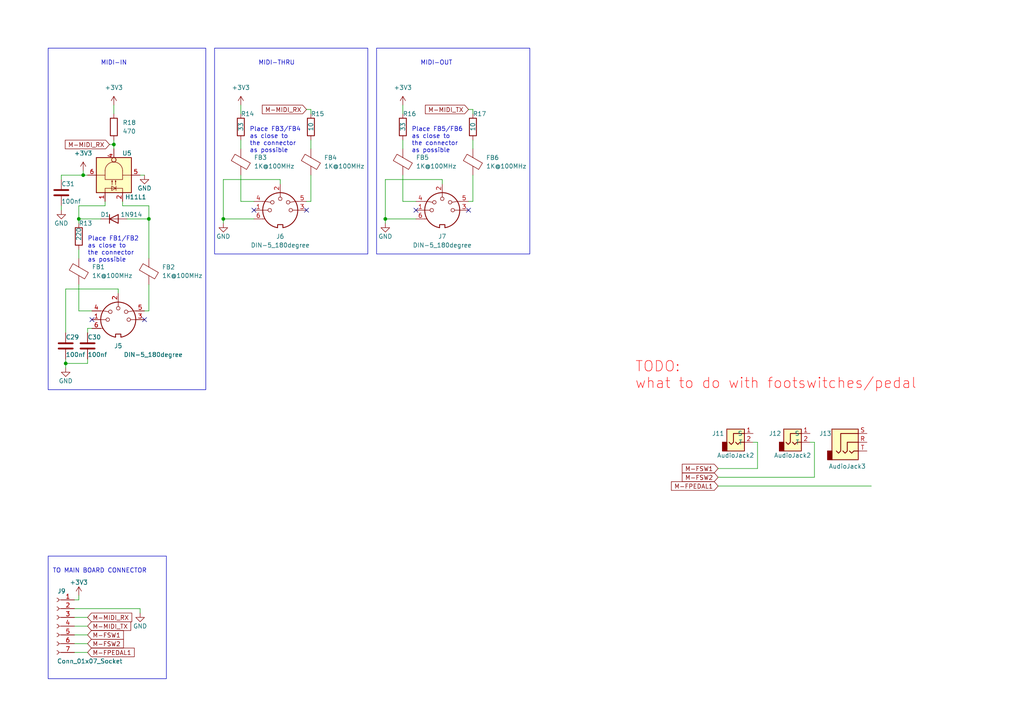
<source format=kicad_sch>
(kicad_sch (version 20231120) (generator "eeschema") (generator_version "8.0")
  (paper "A4")
  (lib_symbols
    (symbol "AudioJack2_1"
      (property "Reference" "J11" (at -5.08 2.54 0))
      (property "Value" "AudioJack2" (at 0 -3.81 0))
      (symbol "AudioJack2_1_0_1"
        (rectangle (start -3.81 0) (end -2.54 -2.54) (stroke (width 0.254)) (fill (type outline)))
        (rectangle (start -2.54 3.81) (end 2.54 -2.54) (stroke (width 0.254)) (fill (type background)))
        (polyline (pts (xy 0 0) (xy 0.635 -0.635) (xy 1.27 0) (xy 2.54 0)) (stroke (width 0.254)))
        (polyline (pts (xy 2.54 2.54) (xy -0.635 2.54) (xy -0.635 0) (xy -1.27 -0.635) (xy -1.905 0)) (stroke (width 0.254)))
      )
      (symbol "AudioJack2_1_1_1"
        (pin passive line (at 5.08 2.54 180) (length 2.54) (name "S") (number "1"))
        (pin passive line (at 5.08 0 180) (length 2.54) (name "T") (number "2"))
      )
    )
    (symbol "AudioJack2_2"
      (property "Reference" "J12" (at -5.08 2.54 0))
      (property "Value" "AudioJack2" (at 0 -3.81 0))
      (symbol "AudioJack2_2_0_1"
        (rectangle (start -3.81 0) (end -2.54 -2.54) (stroke (width 0.254)) (fill (type outline)))
        (rectangle (start -2.54 3.81) (end 2.54 -2.54) (stroke (width 0.254)) (fill (type background)))
        (polyline (pts (xy 0 0) (xy 0.635 -0.635) (xy 1.27 0) (xy 2.54 0)) (stroke (width 0.254)))
        (polyline (pts (xy 2.54 2.54) (xy -0.635 2.54) (xy -0.635 0) (xy -1.27 -0.635) (xy -1.905 0)) (stroke (width 0.254)))
      )
      (symbol "AudioJack2_2_1_1"
        (pin passive line (at 5.08 2.54 180) (length 2.54) (name "S") (number "1"))
        (pin passive line (at 5.08 0 180) (length 2.54) (name "T") (number "2"))
      )
    )
    (symbol "Connector:Conn_01x07_Socket" (pin_names (offset 1.016) hide)
      (property "Reference" "J" (at 0 10.16 0))
      (property "Value" "Conn_01x07_Socket" (at 0 -10.16 0))
      (symbol "Conn_01x07_Socket_1_1"
        (arc (start 0 -7.112) (mid -0.5058 -7.62) (end 0 -8.128) (stroke (width 0.1524)))
        (arc (start 0 -4.572) (mid -0.5058 -5.08) (end 0 -5.588) (stroke (width 0.1524)))
        (arc (start 0 -2.032) (mid -0.5058 -2.54) (end 0 -3.048) (stroke (width 0.1524)))
        (polyline (pts (xy -1.27 -7.62) (xy -0.508 -7.62)) (stroke (width 0.1524)))
        (polyline (pts (xy -1.27 -5.08) (xy -0.508 -5.08)) (stroke (width 0.1524)))
        (polyline (pts (xy -1.27 -2.54) (xy -0.508 -2.54)) (stroke (width 0.1524)))
        (polyline (pts (xy -1.27 0) (xy -0.508 0)) (stroke (width 0.1524)))
        (polyline (pts (xy -1.27 2.54) (xy -0.508 2.54)) (stroke (width 0.1524)))
        (polyline (pts (xy -1.27 5.08) (xy -0.508 5.08)) (stroke (width 0.1524)))
        (polyline (pts (xy -1.27 7.62) (xy -0.508 7.62)) (stroke (width 0.1524)))
        (arc (start 0 0.508) (mid -0.5058 0) (end 0 -0.508) (stroke (width 0.1524)))
        (arc (start 0 3.048) (mid -0.5058 2.54) (end 0 2.032) (stroke (width 0.1524)))
        (arc (start 0 5.588) (mid -0.5058 5.08) (end 0 4.572) (stroke (width 0.1524)))
        (arc (start 0 8.128) (mid -0.5058 7.62) (end 0 7.112) (stroke (width 0.1524)))
        (pin passive line (at -5.08 7.62 0) (length 3.81) (name "Pin_1") (number "1"))
        (pin passive line (at -5.08 5.08 0) (length 3.81) (name "Pin_2") (number "2"))
        (pin passive line (at -5.08 2.54 0) (length 3.81) (name "Pin_3") (number "3"))
        (pin passive line (at -5.08 0 0) (length 3.81) (name "Pin_4") (number "4"))
        (pin passive line (at -5.08 -2.54 0) (length 3.81) (name "Pin_5") (number "5"))
        (pin passive line (at -5.08 -5.08 0) (length 3.81) (name "Pin_6") (number "6"))
        (pin passive line (at -5.08 -7.62 0) (length 3.81) (name "Pin_7") (number "7"))
      )
    )
    (symbol "Connector_Audio:AudioJack3"
      (property "Reference" "J" (at 0 8.89 0))
      (property "Value" "AudioJack3" (at 0 6.35 0))
      (symbol "AudioJack3_0_1"
        (rectangle (start -5.08 -5.08) (end -6.35 -2.54) (stroke (width 0.254)) (fill (type outline)))
        (polyline (pts (xy 0 -2.54) (xy 0.635 -3.175) (xy 1.27 -2.54) (xy 2.54 -2.54)) (stroke (width 0.254)))
        (polyline (pts (xy -1.905 -2.54) (xy -1.27 -3.175) (xy -0.635 -2.54) (xy -0.635 0) (xy 2.54 0)) (stroke (width 0.254)))
        (polyline (pts (xy 2.54 2.54) (xy -2.54 2.54) (xy -2.54 -2.54) (xy -3.175 -3.175) (xy -3.81 -2.54)) (stroke (width 0.254)))
        (rectangle (start 2.54 3.81) (end -5.08 -5.08) (stroke (width 0.254)) (fill (type background)))
      )
      (symbol "AudioJack3_1_1"
        (pin passive line (at 5.08 0 180) (length 2.54) (name "~") (number "R"))
        (pin passive line (at 5.08 2.54 180) (length 2.54) (name "~") (number "S"))
        (pin passive line (at 5.08 -2.54 180) (length 2.54) (name "~") (number "T"))
      )
    )
    (symbol "DIN-5_180degree_1" (pin_names (offset 1.016))
      (property "Reference" "J5" (at 0.0001 -7.62 0))
      (property "Value" "DIN-5_180degree" (at 0.0001 -10.16 0))
      (symbol "DIN-5_180degree_1_0_1"
        (arc (start -5.08 0) (mid -3.8609 -3.3364) (end -0.762 -5.08) (stroke (width 0.254)))
        (circle (center -3.048 0) (radius 0.508))
        (circle (center -2.286 2.286) (radius 0.508))
        (polyline (pts (xy -5.08 -2.54) (xy -4.3951 -2.54)))
        (polyline (pts (xy -5.08 0) (xy -3.556 0)))
        (polyline (pts (xy 0 5.08) (xy 0 3.81)))
        (polyline (pts (xy 5.08 0) (xy 3.556 0)))
        (polyline (pts (xy -5.08 2.54) (xy -4.318 2.54) (xy -2.794 2.286)))
        (polyline (pts (xy 5.08 2.54) (xy 4.318 2.54) (xy 2.794 2.286)))
        (polyline (pts (xy -0.762 -4.953) (xy -0.762 -4.191) (xy 0.762 -4.191) (xy 0.762 -4.953)) (stroke (width 0.254)))
        (circle (center 0 3.302) (radius 0.508))
        (arc (start 0.762 -5.08) (mid 3.8685 -3.343) (end 5.08 0) (stroke (width 0.254)))
        (circle (center 2.286 2.286) (radius 0.508))
        (circle (center 3.048 0) (radius 0.508))
        (arc (start 5.08 0) (mid 0 5.0579) (end -5.08 0) (stroke (width 0.254)))
      )
      (symbol "DIN-5_180degree_1_1_1"
        (pin passive line (at -7.62 0 0) (length 2.54) (name "~") (number "1"))
        (pin passive line (at 0 7.62 270) (length 2.54) (name "~") (number "2"))
        (pin passive line (at 7.62 0 180) (length 2.54) (name "~") (number "3"))
        (pin passive line (at -7.62 2.54 0) (length 2.54) (name "~") (number "4"))
        (pin passive line (at 7.62 2.54 180) (length 2.54) (name "~") (number "5"))
        (pin passive line (at -7.62 -2.54 0) (length 2.54) (name "") (number "6"))
      )
    )
    (symbol "Device:C" (pin_numbers hide) (pin_names (offset 0.254))
      (property "Reference" "C" (at 0.635 2.54 0))
      (property "Value" "C" (at 0.635 -2.54 0))
      (symbol "C_0_1"
        (polyline (pts (xy -2.032 -0.762) (xy 2.032 -0.762)) (stroke (width 0.508)))
        (polyline (pts (xy -2.032 0.762) (xy 2.032 0.762)) (stroke (width 0.508)))
      )
      (symbol "C_1_1"
        (pin passive line (at 0 3.81 270) (length 2.794) (name "~") (number "1"))
        (pin passive line (at 0 -3.81 90) (length 2.794) (name "~") (number "2"))
      )
    )
    (symbol "Device:D" (pin_numbers hide) (pin_names (offset 1.016) hide)
      (property "Reference" "D" (at 0 2.54 0))
      (property "Value" "D" (at 0 -2.54 0))
      (symbol "D_0_1"
        (polyline (pts (xy -1.27 1.27) (xy -1.27 -1.27)) (stroke (width 0.254)))
        (polyline (pts (xy 1.27 0) (xy -1.27 0)))
        (polyline (pts (xy 1.27 1.27) (xy 1.27 -1.27) (xy -1.27 0) (xy 1.27 1.27)) (stroke (width 0.254)))
      )
      (symbol "D_1_1"
        (pin passive line (at -3.81 0 0) (length 2.54) (name "K") (number "1"))
        (pin passive line (at 3.81 0 180) (length 2.54) (name "A") (number "2"))
      )
    )
    (symbol "Device:FerriteBead" (pin_numbers hide) (pin_names (offset 0))
      (property "Reference" "FB" (at -3.81 0.635 90))
      (property "Value" "FerriteBead" (at 3.81 0 90))
      (symbol "FerriteBead_0_1"
        (polyline (pts (xy 0 -1.27) (xy 0 -1.2192)))
        (polyline (pts (xy 0 1.27) (xy 0 1.2954)))
        (polyline (pts (xy -2.7686 0.4064) (xy -1.7018 2.2606) (xy 2.7686 -0.3048) (xy 1.6764 -2.159) (xy -2.7686 0.4064)))
      )
      (symbol "FerriteBead_1_1"
        (pin passive line (at 0 3.81 270) (length 2.54) (name "~") (number "1"))
        (pin passive line (at 0 -3.81 90) (length 2.54) (name "~") (number "2"))
      )
    )
    (symbol "Device:R" (pin_numbers hide) (pin_names (offset 0))
      (property "Reference" "R" (at 2.032 0 90))
      (property "Value" "R" (at 0 0 90))
      (symbol "R_0_1"
        (rectangle (start -1.016 -2.54) (end 1.016 2.54) (stroke (width 0.254)))
      )
      (symbol "R_1_1"
        (pin passive line (at 0 3.81 270) (length 1.27) (name "~") (number "1"))
        (pin passive line (at 0 -3.81 90) (length 1.27) (name "~") (number "2"))
      )
    )
    (symbol "Isolator:H11L1" (pin_names (offset 1.016))
      (property "Reference" "U" (at 1.27 8.89 0))
      (property "Value" "H11L1" (at 1.27 6.35 0))
      (symbol "H11L1_0_1"
        (rectangle (start -5.08 5.08) (end 5.08 -5.08) (stroke (width 0.254)) (fill (type background)))
        (polyline (pts (xy -4.445 -0.635) (xy -3.175 -0.635)))
        (polyline (pts (xy 0 2.54) (xy 0 5.08)))
        (polyline (pts (xy 0 -2.54) (xy 0 -5.08) (xy 0 -3.81)))
        (polyline (pts (xy -5.08 -2.54) (xy -3.81 -2.54) (xy -3.81 2.54) (xy -5.08 2.54)))
        (polyline (pts (xy -3.81 -0.635) (xy -4.445 0.635) (xy -3.175 0.635) (xy -3.81 -0.635)))
        (polyline (pts (xy 1.27 -2.54) (xy -1.27 -2.54) (xy -1.27 2.54) (xy 1.27 2.54)))
        (polyline (pts (xy -2.794 -0.508) (xy -1.524 -0.508) (xy -1.905 -0.635) (xy -1.905 -0.381) (xy -1.524 -0.508)))
        (polyline (pts (xy -2.794 0.508) (xy -1.524 0.508) (xy -1.905 0.381) (xy -1.905 0.635) (xy -1.524 0.508)))
        (arc (start 1.27 -2.54) (mid 3.799 0) (end 1.27 2.54))
      )
      (symbol "H11L1_1_1"
        (pin passive line (at -7.62 2.54 0) (length 2.54) (name "~") (number "1"))
        (pin passive line (at -7.62 -2.54 0) (length 2.54) (name "~") (number "2"))
        (pin no_connect line (at -5.08 0 0) (length 2.54) hide (name "~") (number "3"))
        (pin output inverted (at 7.62 0 180) (length 3.81) (name "~") (number "4"))
        (pin power_in line (at 0 -7.62 90) (length 2.54) (name "~") (number "5"))
        (pin power_in line (at 0 7.62 270) (length 2.54) (name "~") (number "6"))
      )
    )
    (symbol "power:+3V3" (power) (pin_names (offset 0))
      (property "Value" "+3V3" (at 0 3.556 0))
      (symbol "+3V3_0_1"
        (polyline (pts (xy -0.762 1.27) (xy 0 2.54)))
        (polyline (pts (xy 0 0) (xy 0 2.54)))
        (polyline (pts (xy 0 2.54) (xy 0.762 1.27)))
      )
      (symbol "+3V3_1_1"
        (pin power_in line (at 0 0 90) (length 0) hide (name "+3V3") (number "1"))
      )
    )
    (symbol "power:GND" (power) (pin_names (offset 0))
      (property "Value" "GND" (at 0 -3.81 0))
      (symbol "GND_0_1"
        (polyline (pts (xy 0 0) (xy 0 -1.27) (xy 1.27 -1.27) (xy 0 -2.54) (xy -1.27 -1.27) (xy 0 -1.27)))
      )
      (symbol "GND_1_1"
        (pin power_in line (at 0 0 270) (length 0) hide (name "GND") (number "1"))
      )
    )
  )
  (junction (at 22.86 63.5))
  (junction (at 43.18 63.5))
  (junction (at 64.77 63.5))
  (junction (at 33.02 41.91))
  (junction (at 111.76 63.5))
  (junction (at 24.13 50.8))
  (junction (at 19.05 105.41))
  (no_connect (at 41.91 92.71))
  (no_connect (at 120.65 60.96))
  (no_connect (at 73.66 60.96))
  (no_connect (at 88.9 60.96))
  (no_connect (at 135.89 60.96))
  (no_connect (at 26.67 92.71))
  (wire (pts (xy 22.86 173.99) (xy 22.86 172.72)))
  (wire (pts (xy 33.02 40.64) (xy 33.02 41.91)))
  (wire (pts (xy 34.29 85.09) (xy 34.29 83.82)))
  (wire (pts (xy 137.16 31.75) (xy 135.89 31.75)))
  (wire (pts (xy 35.56 58.42) (xy 35.56 59.69)))
  (wire (pts (xy 17.78 52.07) (xy 17.78 50.8)))
  (wire (pts (xy 69.85 50.8) (xy 69.85 58.42)))
  (wire (pts (xy 21.59 189.23) (xy 25.4 189.23)))
  (wire (pts (xy 22.86 72.39) (xy 22.86 74.93)))
  (wire (pts (xy 21.59 184.15) (xy 25.4 184.15)))
  (wire (pts (xy 43.18 59.69) (xy 43.18 63.5)))
  (wire (pts (xy 29.21 63.5) (xy 22.86 63.5)))
  (wire (pts (xy 90.17 40.64) (xy 90.17 43.18)))
  (wire (pts (xy 208.28 140.97) (xy 252.73 140.97)))
  (wire (pts (xy 21.59 181.61) (xy 25.4 181.61)))
  (wire (pts (xy 208.28 138.43) (xy 236.22 138.43)))
  (wire (pts (xy 135.89 58.42) (xy 137.16 58.42)))
  (wire (pts (xy 21.59 186.69) (xy 25.4 186.69)))
  (wire (pts (xy 137.16 40.64) (xy 137.16 43.18)))
  (wire (pts (xy 81.28 52.07) (xy 64.77 52.07)))
  (wire (pts (xy 17.78 59.69) (xy 17.78 60.96)))
  (wire (pts (xy 128.27 52.07) (xy 111.76 52.07)))
  (wire (pts (xy 43.18 74.93) (xy 43.18 63.5)))
  (wire (pts (xy 236.22 128.27) (xy 236.22 138.43)))
  (wire (pts (xy 17.78 50.8) (xy 24.13 50.8)))
  (wire (pts (xy 111.76 63.5) (xy 111.76 64.77)))
  (wire (pts (xy 116.84 40.64) (xy 116.84 43.18)))
  (wire (pts (xy 19.05 105.41) (xy 19.05 106.68)))
  (wire (pts (xy 40.64 176.53) (xy 21.59 176.53)))
  (wire (pts (xy 64.77 52.07) (xy 64.77 63.5)))
  (wire (pts (xy 111.76 52.07) (xy 111.76 63.5)))
  (wire (pts (xy 22.86 63.5) (xy 22.86 64.77)))
  (wire (pts (xy 219.71 128.27) (xy 219.71 135.89)))
  (wire (pts (xy 69.85 30.48) (xy 69.85 33.02)))
  (wire (pts (xy 218.44 128.27) (xy 219.71 128.27)))
  (wire (pts (xy 25.4 104.14) (xy 25.4 105.41)))
  (wire (pts (xy 22.86 59.69) (xy 22.86 63.5)))
  (wire (pts (xy 21.59 173.99) (xy 22.86 173.99)))
  (wire (pts (xy 64.77 63.5) (xy 64.77 64.77)))
  (wire (pts (xy 22.86 82.55) (xy 22.86 90.17)))
  (wire (pts (xy 234.95 128.27) (xy 236.22 128.27)))
  (wire (pts (xy 35.56 59.69) (xy 43.18 59.69)))
  (wire (pts (xy 208.28 135.89) (xy 219.71 135.89)))
  (wire (pts (xy 116.84 50.8) (xy 116.84 58.42)))
  (wire (pts (xy 137.16 58.42) (xy 137.16 50.8)))
  (wire (pts (xy 43.18 90.17) (xy 43.18 82.55)))
  (wire (pts (xy 64.77 63.5) (xy 73.66 63.5)))
  (wire (pts (xy 43.18 63.5) (xy 36.83 63.5)))
  (wire (pts (xy 22.86 90.17) (xy 26.67 90.17)))
  (wire (pts (xy 19.05 104.14) (xy 19.05 105.41)))
  (wire (pts (xy 26.67 95.25) (xy 25.4 95.25)))
  (wire (pts (xy 40.64 50.8) (xy 41.91 50.8)))
  (wire (pts (xy 88.9 58.42) (xy 90.17 58.42)))
  (wire (pts (xy 19.05 83.82) (xy 19.05 96.52)))
  (wire (pts (xy 21.59 179.07) (xy 25.4 179.07)))
  (wire (pts (xy 25.4 95.25) (xy 25.4 96.52)))
  (wire (pts (xy 40.64 177.8) (xy 40.64 176.53)))
  (wire (pts (xy 30.48 59.69) (xy 22.86 59.69)))
  (wire (pts (xy 41.91 90.17) (xy 43.18 90.17)))
  (wire (pts (xy 33.02 41.91) (xy 31.75 41.91)))
  (wire (pts (xy 33.02 30.48) (xy 33.02 33.02)))
  (wire (pts (xy 33.02 43.18) (xy 33.02 41.91)))
  (wire (pts (xy 90.17 31.75) (xy 88.9 31.75)))
  (wire (pts (xy 69.85 40.64) (xy 69.85 43.18)))
  (wire (pts (xy 24.13 50.8) (xy 24.13 49.53)))
  (wire (pts (xy 137.16 33.02) (xy 137.16 31.75)))
  (wire (pts (xy 128.27 53.34) (xy 128.27 52.07)))
  (wire (pts (xy 81.28 53.34) (xy 81.28 52.07)))
  (wire (pts (xy 25.4 50.8) (xy 24.13 50.8)))
  (wire (pts (xy 116.84 30.48) (xy 116.84 33.02)))
  (wire (pts (xy 34.29 83.82) (xy 19.05 83.82)))
  (wire (pts (xy 69.85 58.42) (xy 73.66 58.42)))
  (wire (pts (xy 25.4 105.41) (xy 19.05 105.41)))
  (wire (pts (xy 116.84 58.42) (xy 120.65 58.42)))
  (wire (pts (xy 111.76 63.5) (xy 120.65 63.5)))
  (wire (pts (xy 90.17 33.02) (xy 90.17 31.75)))
  (wire (pts (xy 30.48 58.42) (xy 30.48 59.69)))
  (wire (pts (xy 90.17 58.42) (xy 90.17 50.8)))
  (rectangle (start 62.23 13.97) (end 106.68 73.66))
  (rectangle (start 109.22 13.97) (end 153.67 73.66))
  (rectangle (start 13.97 161.29) (end 48.26 196.85))
  (rectangle (start 13.97 13.97) (end 59.69 113.03))
  (text "MIDI-OUT" (at 121.92 19.05 0) (effects (font (size 1.27 1.27)) (justify left bottom)))
  (text "Place FB5/FB6\nas close to\nthe connector\nas possible\n" (at 119.38 44.45 0) (effects (font (size 1.27 1.27)) (justify left bottom)))
  (text "Place FB1/FB2\nas close to\nthe connector\nas possible\n" (at 25.4 76.2 0) (effects (font (size 1.27 1.27)) (justify left bottom)))
  (text "MIDI-IN\n" (at 29.21 19.05 0) (effects (font (size 1.27 1.27)) (justify left bottom)))
  (text "TO MAIN BOARD CONNECTOR" (at 15.24 166.37 0) (effects (font (size 1.27 1.27)) (justify left bottom)))
  (text "MIDI-THRU\n" (at 74.93 19.05 0) (effects (font (size 1.27 1.27)) (justify left bottom)))
  (text "Place FB3/FB4\nas close to\nthe connector\nas possible\n" (at 72.39 44.45 0) (effects (font (size 1.27 1.27)) (justify left bottom)))
  (text "TODO:\nwhat to do with footswitches/pedal\n" (at 184.15 113.03 0) (effects (font (size 3 3)) (justify left bottom)))
  (global_label "M-FSW1" (shape input) (at 25.4 184.15 0) (property "Intersheetrefs" "${INTERSHEET_REFS}" (effects (hide yes))))
  (global_label "M-MIDI_TX" (shape input) (at 25.4 181.61 0) (property "Intersheetrefs" "${INTERSHEET_REFS}" (effects (hide yes))))
  (global_label "M-FSW1" (shape input) (at 208.28 135.89 180) (property "Intersheetrefs" "${INTERSHEET_REFS}" (effects (hide yes))))
  (global_label "M-MIDI_TX" (shape input) (at 135.89 31.75 180) (property "Intersheetrefs" "${INTERSHEET_REFS}" (effects (hide yes))))
  (global_label "M-MIDI_RX" (shape input) (at 88.9 31.75 180) (property "Intersheetrefs" "${INTERSHEET_REFS}" (effects (hide yes))))
  (global_label "M-FSW2" (shape input) (at 25.4 186.69 0) (property "Intersheetrefs" "${INTERSHEET_REFS}" (effects (hide yes))))
  (global_label "M-FSW2" (shape input) (at 208.28 138.43 180) (property "Intersheetrefs" "${INTERSHEET_REFS}" (effects (hide yes))))
  (global_label "M-MIDI_RX" (shape input) (at 31.75 41.91 180) (property "Intersheetrefs" "${INTERSHEET_REFS}" (effects (hide yes))))
  (global_label "M-FPEDAL1" (shape input) (at 25.4 189.23 0) (property "Intersheetrefs" "${INTERSHEET_REFS}" (effects (hide yes))))
  (global_label "M-MIDI_RX" (shape input) (at 25.4 179.07 0) (property "Intersheetrefs" "${INTERSHEET_REFS}" (effects (hide yes))))
  (global_label "M-FPEDAL1" (shape input) (at 208.28 140.97 180) (property "Intersheetrefs" "${INTERSHEET_REFS}" (effects (hide yes))))
  (symbol (lib_id "Device:FerriteBead") (at 90.17 46.99 0) (unit 1)
    (property "Reference" "FB4" (at 93.98 45.72 0) (effects (justify left)))
    (property "Value" "1K@100MHz" (at 93.98 48.2092 0) (effects (justify left)))
    (property "Footprint" "Inductor_SMD:L_0603_1608Metric_Pad1.05x0.95mm_HandSolder" (effects (hide yes)))
  )
  (symbol (lib_id "Device:R") (at 33.02 36.83 180) (unit 1)
    (property "Reference" "R18" (at 35.56 35.5599 0) (effects (justify right)))
    (property "Value" "470" (at 35.56 38.0999 0) (effects (justify right)))
    (property "Footprint" "Resistor_SMD:R_0603_1608Metric_Pad0.98x0.95mm_HandSolder" (effects (hide yes)))
  )
  (symbol (lib_id "power:+3V3") (at 24.13 49.53 0) (unit 1)
    (property "Reference" "#PWR041" (effects (hide yes)))
    (property "Value" "+3V3" (at 24.13 44.45 0))
  )
  (symbol (lib_id "Device:R") (at 137.16 36.83 180) (unit 1)
    (property "Reference" "R17" (at 137.16 33.02 0) (effects (justify right)))
    (property "Value" "10" (at 137.16 38.1 90) (effects (justify right)))
    (property "Footprint" "Resistor_SMD:R_0603_1608Metric_Pad0.98x0.95mm_HandSolder" (effects (hide yes)))
  )
  (symbol (lib_id "Device:D") (at 33.02 63.5 0) (unit 1)
    (property "Reference" "D1" (at 30.48 62.23 0))
    (property "Value" "1N914" (at 38.1 62.23 0))
    (property "Footprint" "Diode_SMD:D_SOD-523" (effects (hide yes)))
    (property "Datasheet" "https://eu.mouser.com/datasheet/2/308/1N914BWT_D-2309108.pdf" (effects (hide yes)))
    (property "Sim.Device" "D" (effects (hide yes)))
    (property "Sim.Pins" "1=K 2=A" (effects (hide yes)))
  )
  (symbol (lib_id "power:GND") (at 64.77 64.77 0) (unit 1)
    (property "Reference" "#PWR038" (effects (hide yes)))
    (property "Value" "GND" (at 64.77 68.58 0))
  )
  (symbol (lib_id "power:GND") (at 41.91 50.8 0) (unit 1)
    (property "Reference" "#PWR042" (effects (hide yes)))
    (property "Value" "GND" (at 41.91 54.61 0))
  )
  (symbol (lib_id "Device:C") (at 19.05 100.33 0) (unit 1)
    (property "Reference" "C29" (at 19.05 97.79 0) (effects (justify left)))
    (property "Value" "100nf" (at 19.05 102.87 0) (effects (justify left)))
    (property "Footprint" "Capacitor_SMD:C_0603_1608Metric_Pad1.08x0.95mm_HandSolder" (effects (hide yes)))
  )
  (symbol (lib_id "power:GND") (at 40.64 177.8 0) (unit 1)
    (property "Reference" "#PWR053" (effects (hide yes)))
    (property "Value" "GND" (at 40.64 181.61 0))
  )
  (symbol (lib_name "DIN-5_180degree_1") (lib_id "Connector:DIN-5_180degree") (at 81.28 60.96 0) (unit 1)
    (property "Reference" "J6" (at 81.2801 68.58 0))
    (property "Value" "DIN-5_180degree" (at 81.2801 71.12 0))
    (property "Footprint" "personal:DIN5-180" (effects (hide yes)))
    (property "Datasheet" "http://www.mouser.com/ds/2/18/40_c091_abd_e-75918.pdf" (effects (hide yes)))
  )
  (symbol (lib_id "power:GND") (at 111.76 64.77 0) (unit 1)
    (property "Reference" "#PWR037" (effects (hide yes)))
    (property "Value" "GND" (at 111.76 68.58 0))
  )
  (symbol (lib_id "power:+3V3") (at 22.86 172.72 0) (unit 1)
    (property "Reference" "#PWR055" (effects (hide yes)))
    (property "Value" "+3V3" (at 22.86 168.91 0))
  )
  (symbol (lib_id "Connector:Conn_01x07_Socket") (at 16.51 181.61 0) (mirror y) (unit 1)
    (property "Reference" "J9" (at 19.05 171.45 0) (effects (justify left)))
    (property "Value" "Conn_01x07_Socket" (at 35.56 191.77 0) (effects (justify left)))
    (property "Footprint" "Connector_JST:JST_XH_B7B-XH-A_1x07_P2.50mm_Vertical" (effects (hide yes)))
  )
  (symbol (lib_name "AudioJack2_2") (lib_id "Connector_Audio:AudioJack2") (at 229.87 128.27 0) (unit 1)
    (property "Reference" "J12" (at 224.79 125.73 0))
    (property "Value" "AudioJack2" (at 229.87 132.08 0))
    (property "Footprint" "Connector_PinSocket_2.54mm:PinSocket_1x02_P2.54mm_Vertical" (effects (hide yes)))
  )
  (symbol (lib_id "Connector_Audio:AudioJack3") (at 246.38 128.27 0) (unit 1)
    (property "Reference" "J13" (at 239.395 125.73 0))
    (property "Value" "AudioJack3" (at 245.745 135.255 0))
    (property "Footprint" "Connector_PinSocket_2.54mm:PinSocket_1x02_P2.54mm_Vertical" (effects (hide yes)))
    (property "Description" "Audio Jack, 3 Poles (Stereo / TRS)" (effects (hide yes)))
  )
  (symbol (lib_id "power:+3V3") (at 33.02 30.48 0) (unit 1)
    (property "Reference" "#PWR043" (effects (hide yes)))
    (property "Value" "+3V3" (at 33.02 25.4 0))
  )
  (symbol (lib_name "AudioJack2_1") (lib_id "Connector_Audio:AudioJack2") (at 213.36 128.27 0) (unit 1)
    (property "Reference" "J11" (at 208.28 125.73 0))
    (property "Value" "AudioJack2" (at 213.36 132.08 0))
    (property "Footprint" "Connector_PinSocket_2.54mm:PinSocket_1x02_P2.54mm_Vertical" (effects (hide yes)))
  )
  (symbol (lib_id "Device:C") (at 25.4 100.33 0) (unit 1)
    (property "Reference" "C30" (at 25.4 97.79 0) (effects (justify left)))
    (property "Value" "100nf" (at 25.4 102.87 0) (effects (justify left)))
    (property "Footprint" "Capacitor_SMD:C_0603_1608Metric_Pad1.08x0.95mm_HandSolder" (effects (hide yes)))
  )
  (symbol (lib_name "DIN-5_180degree_1") (lib_id "Connector:DIN-5_180degree") (at 34.29 92.71 0) (unit 1)
    (property "Reference" "J5" (at 34.2901 100.33 0))
    (property "Value" "DIN-5_180degree" (at 44.45 102.87 0))
    (property "Footprint" "personal:DIN5-180" (effects (hide yes)))
    (property "Datasheet" "http://www.mouser.com/ds/2/18/40_c091_abd_e-75918.pdf" (effects (hide yes)))
  )
  (symbol (lib_id "Device:FerriteBead") (at 69.85 46.99 0) (unit 1)
    (property "Reference" "FB3" (at 73.66 45.6691 0) (effects (justify left)))
    (property "Value" "1K@100MHz" (at 73.66 48.2091 0) (effects (justify left)))
    (property "Footprint" "Inductor_SMD:L_0603_1608Metric_Pad1.05x0.95mm_HandSolder" (effects (hide yes)))
  )
  (symbol (lib_id "Device:FerriteBead") (at 116.84 46.99 0) (unit 1)
    (property "Reference" "FB5" (at 120.65 45.6691 0) (effects (justify left)))
    (property "Value" "1K@100MHz" (at 120.65 48.2091 0) (effects (justify left)))
    (property "Footprint" "Inductor_SMD:L_0603_1608Metric_Pad1.05x0.95mm_HandSolder" (effects (hide yes)))
  )
  (symbol (lib_id "power:GND") (at 19.05 106.68 0) (unit 1)
    (property "Reference" "#PWR040" (effects (hide yes)))
    (property "Value" "GND" (at 19.05 110.49 0))
  )
  (symbol (lib_id "Device:R") (at 22.86 68.58 180) (unit 1)
    (property "Reference" "R13" (at 22.86 64.77 0) (effects (justify right)))
    (property "Value" "220" (at 22.86 69.85 90) (effects (justify right)))
    (property "Footprint" "Resistor_SMD:R_0603_1608Metric_Pad0.98x0.95mm_HandSolder" (effects (hide yes)))
  )
  (symbol (lib_name "DIN-5_180degree_1") (lib_id "Connector:DIN-5_180degree") (at 128.27 60.96 0) (unit 1)
    (property "Reference" "J7" (at 128.2701 68.58 0))
    (property "Value" "DIN-5_180degree" (at 128.2701 71.12 0))
    (property "Footprint" "personal:DIN5-180" (effects (hide yes)))
    (property "Datasheet" "http://www.mouser.com/ds/2/18/40_c091_abd_e-75918.pdf" (effects (hide yes)))
  )
  (symbol (lib_id "Device:FerriteBead") (at 137.16 46.99 0) (unit 1)
    (property "Reference" "FB6" (at 140.97 45.72 0) (effects (justify left)))
    (property "Value" "1K@100MHz" (at 140.97 48.2092 0) (effects (justify left)))
    (property "Footprint" "Inductor_SMD:L_0603_1608Metric_Pad1.05x0.95mm_HandSolder" (effects (hide yes)))
  )
  (symbol (lib_id "Device:FerriteBead") (at 43.18 78.74 0) (unit 1)
    (property "Reference" "FB2" (at 46.99 77.47 0) (effects (justify left)))
    (property "Value" "1K@100MHz" (at 46.99 79.9592 0) (effects (justify left)))
    (property "Footprint" "Inductor_SMD:L_0603_1608Metric_Pad1.05x0.95mm_HandSolder" (effects (hide yes)))
  )
  (symbol (lib_id "Device:R") (at 90.17 36.83 180) (unit 1)
    (property "Reference" "R15" (at 90.17 33.02 0) (effects (justify right)))
    (property "Value" "10" (at 90.17 38.1 90) (effects (justify right)))
    (property "Footprint" "Resistor_SMD:R_0603_1608Metric_Pad0.98x0.95mm_HandSolder" (effects (hide yes)))
  )
  (symbol (lib_id "power:+3V3") (at 116.84 30.48 0) (unit 1)
    (property "Reference" "#PWR036" (effects (hide yes)))
    (property "Value" "+3V3" (at 116.84 25.4 0))
  )
  (symbol (lib_id "Device:C") (at 17.78 55.88 0) (unit 1)
    (property "Reference" "C31" (at 17.78 53.34 0) (effects (justify left)))
    (property "Value" "100nf" (at 17.78 58.42 0) (effects (justify left)))
    (property "Footprint" "Capacitor_SMD:C_0603_1608Metric_Pad1.08x0.95mm_HandSolder" (effects (hide yes)))
  )
  (symbol (lib_id "power:GND") (at 17.78 60.96 0) (unit 1)
    (property "Reference" "#PWR044" (effects (hide yes)))
    (property "Value" "GND" (at 17.78 64.77 0))
  )
  (symbol (lib_id "Device:FerriteBead") (at 22.86 78.74 0) (unit 1)
    (property "Reference" "FB1" (at 26.67 77.4191 0) (effects (justify left)))
    (property "Value" "1K@100MHz" (at 26.67 79.9591 0) (effects (justify left)))
    (property "Footprint" "Inductor_SMD:L_0603_1608Metric_Pad1.05x0.95mm_HandSolder" (effects (hide yes)))
  )
  (symbol (lib_id "Device:R") (at 69.85 36.83 180) (unit 1)
    (property "Reference" "R14" (at 69.85 33.02 0) (effects (justify right)))
    (property "Value" "33" (at 69.85 38.1 90) (effects (justify right)))
    (property "Footprint" "Resistor_SMD:R_0603_1608Metric_Pad0.98x0.95mm_HandSolder" (effects (hide yes)))
  )
  (symbol (lib_id "Isolator:H11L1") (at 33.02 50.8 90) (unit 1)
    (property "Reference" "U5" (at 36.83 44.45 90))
    (property "Value" "H11L1" (at 39.37 57.15 90))
    (property "Footprint" "Package_DIP:DIP-6_W7.62mm" (effects (hide yes)))
    (property "Datasheet" "https://www.onsemi.com/pub/Collateral/H11L3M-D.PDF" (effects (hide yes)))
  )
  (symbol (lib_id "Device:R") (at 116.84 36.83 180) (unit 1)
    (property "Reference" "R16" (at 116.84 33.02 0) (effects (justify right)))
    (property "Value" "33" (at 116.84 38.1 90) (effects (justify right)))
    (property "Footprint" "Resistor_SMD:R_0603_1608Metric_Pad0.98x0.95mm_HandSolder" (effects (hide yes)))
  )
  (symbol (lib_id "power:+3V3") (at 69.85 30.48 0) (unit 1)
    (property "Reference" "#PWR039" (effects (hide yes)))
    (property "Value" "+3V3" (at 69.85 25.4 0))
  )
)
</source>
